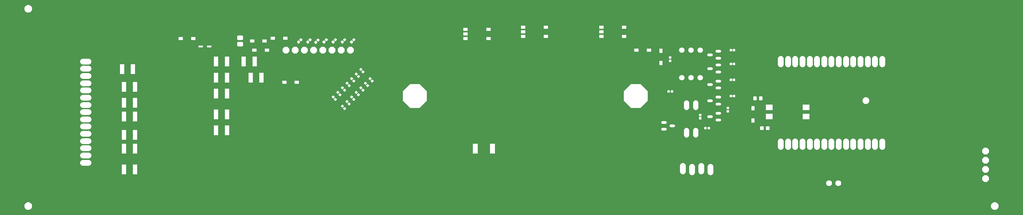
<source format=gbr>
G04 EAGLE Gerber RS-274X export*
G75*
%MOMM*%
%FSLAX34Y34*%
%LPD*%
%INSoldermask Bottom*%
%IPNEG*%
%AMOC8*
5,1,8,0,0,1.08239X$1,22.5*%
G01*
%ADD10R,1.251600X2.801600*%
%ADD11C,0.343781*%
%ADD12C,0.360766*%
%ADD13R,1.151600X0.601600*%
%ADD14R,1.251600X0.901600*%
%ADD15C,0.563219*%
%ADD16R,0.901600X1.251600*%
%ADD17R,1.351600X2.801600*%
%ADD18C,1.501600*%
%ADD19C,1.422400*%
%ADD20C,1.625600*%
%ADD21C,1.879600*%
%ADD22P,2.034460X8X22.500000*%
%ADD23P,7.093118X8X22.500000*%
%ADD24R,1.901600X1.501600*%
%ADD25C,0.460734*%
%ADD26C,1.625600*%
%ADD27C,0.751600*%
%ADD28R,1.301600X0.901600*%

G36*
X27192Y561020D02*
X27192Y561020D01*
X27235Y561032D01*
X27301Y561039D01*
X28984Y561490D01*
X29025Y561509D01*
X29088Y561528D01*
X30668Y562265D01*
X30705Y562291D01*
X30764Y562320D01*
X32192Y563320D01*
X32223Y563352D01*
X32276Y563391D01*
X33509Y564624D01*
X33534Y564660D01*
X33580Y564708D01*
X34580Y566136D01*
X34598Y566177D01*
X34635Y566232D01*
X35372Y567812D01*
X35383Y567855D01*
X35410Y567916D01*
X35861Y569599D01*
X35863Y569630D01*
X35870Y569652D01*
X35870Y569667D01*
X35880Y569708D01*
X36032Y571445D01*
X36028Y571489D01*
X36032Y571555D01*
X35880Y573292D01*
X35868Y573335D01*
X35861Y573401D01*
X35410Y575084D01*
X35391Y575125D01*
X35372Y575188D01*
X34635Y576768D01*
X34609Y576805D01*
X34580Y576864D01*
X33580Y578292D01*
X33548Y578323D01*
X33509Y578376D01*
X32276Y579609D01*
X32240Y579634D01*
X32192Y579680D01*
X30764Y580680D01*
X30723Y580698D01*
X30668Y580735D01*
X29088Y581472D01*
X29045Y581483D01*
X28984Y581510D01*
X27301Y581961D01*
X27256Y581964D01*
X27192Y581980D01*
X25455Y582132D01*
X25411Y582128D01*
X25345Y582132D01*
X23608Y581980D01*
X23565Y581968D01*
X23499Y581961D01*
X21816Y581510D01*
X21775Y581491D01*
X21712Y581472D01*
X20132Y580735D01*
X20095Y580709D01*
X20036Y580680D01*
X18608Y579680D01*
X18577Y579648D01*
X18524Y579609D01*
X17291Y578376D01*
X17266Y578340D01*
X17220Y578292D01*
X16220Y576864D01*
X16202Y576823D01*
X16165Y576768D01*
X15428Y575188D01*
X15417Y575145D01*
X15390Y575084D01*
X14939Y573401D01*
X14936Y573356D01*
X14920Y573292D01*
X14768Y571555D01*
X14772Y571511D01*
X14768Y571445D01*
X14920Y569708D01*
X14932Y569665D01*
X14936Y569631D01*
X14936Y569615D01*
X14938Y569610D01*
X14939Y569599D01*
X15390Y567916D01*
X15409Y567875D01*
X15428Y567812D01*
X16165Y566232D01*
X16191Y566195D01*
X16220Y566136D01*
X17220Y564708D01*
X17252Y564677D01*
X17291Y564624D01*
X18524Y563391D01*
X18560Y563366D01*
X18608Y563320D01*
X20036Y562320D01*
X20077Y562302D01*
X20132Y562265D01*
X21712Y561528D01*
X21755Y561517D01*
X21816Y561490D01*
X23499Y561039D01*
X23544Y561036D01*
X23608Y561020D01*
X25345Y560868D01*
X25389Y560872D01*
X25455Y560868D01*
X27192Y561020D01*
G37*
G36*
X27192Y14920D02*
X27192Y14920D01*
X27235Y14932D01*
X27301Y14939D01*
X28984Y15390D01*
X29025Y15409D01*
X29088Y15428D01*
X30668Y16165D01*
X30705Y16191D01*
X30764Y16220D01*
X32192Y17220D01*
X32223Y17252D01*
X32276Y17291D01*
X33509Y18524D01*
X33534Y18560D01*
X33580Y18608D01*
X34580Y20036D01*
X34598Y20077D01*
X34635Y20132D01*
X35372Y21712D01*
X35383Y21755D01*
X35410Y21816D01*
X35861Y23499D01*
X35863Y23530D01*
X35870Y23552D01*
X35870Y23567D01*
X35880Y23608D01*
X36032Y25345D01*
X36028Y25389D01*
X36032Y25455D01*
X35880Y27192D01*
X35868Y27235D01*
X35861Y27301D01*
X35410Y28984D01*
X35391Y29025D01*
X35372Y29088D01*
X34635Y30668D01*
X34609Y30705D01*
X34580Y30764D01*
X33580Y32192D01*
X33548Y32223D01*
X33509Y32276D01*
X32276Y33509D01*
X32240Y33534D01*
X32192Y33580D01*
X30764Y34580D01*
X30723Y34598D01*
X30668Y34635D01*
X29088Y35372D01*
X29045Y35383D01*
X28984Y35410D01*
X27301Y35861D01*
X27256Y35864D01*
X27192Y35880D01*
X25455Y36032D01*
X25411Y36028D01*
X25345Y36032D01*
X23608Y35880D01*
X23565Y35868D01*
X23499Y35861D01*
X21816Y35410D01*
X21775Y35391D01*
X21712Y35372D01*
X20132Y34635D01*
X20095Y34609D01*
X20036Y34580D01*
X18608Y33580D01*
X18577Y33548D01*
X18524Y33509D01*
X17291Y32276D01*
X17266Y32240D01*
X17220Y32192D01*
X16220Y30764D01*
X16202Y30723D01*
X16165Y30668D01*
X15428Y29088D01*
X15417Y29045D01*
X15390Y28984D01*
X14939Y27301D01*
X14936Y27256D01*
X14920Y27192D01*
X14768Y25455D01*
X14772Y25411D01*
X14768Y25345D01*
X14920Y23608D01*
X14932Y23565D01*
X14936Y23531D01*
X14936Y23515D01*
X14938Y23510D01*
X14939Y23499D01*
X15390Y21816D01*
X15409Y21775D01*
X15428Y21712D01*
X16165Y20132D01*
X16191Y20095D01*
X16220Y20036D01*
X17220Y18608D01*
X17252Y18577D01*
X17291Y18524D01*
X18524Y17291D01*
X18560Y17266D01*
X18608Y17220D01*
X20036Y16220D01*
X20077Y16202D01*
X20132Y16165D01*
X21712Y15428D01*
X21755Y15417D01*
X21816Y15390D01*
X23499Y14939D01*
X23544Y14936D01*
X23608Y14920D01*
X25345Y14768D01*
X25389Y14772D01*
X25455Y14768D01*
X27192Y14920D01*
G37*
G36*
X2694192Y14920D02*
X2694192Y14920D01*
X2694235Y14932D01*
X2694301Y14939D01*
X2695984Y15390D01*
X2696025Y15409D01*
X2696088Y15428D01*
X2697668Y16165D01*
X2697705Y16191D01*
X2697764Y16220D01*
X2699192Y17220D01*
X2699223Y17252D01*
X2699276Y17291D01*
X2700509Y18524D01*
X2700534Y18560D01*
X2700580Y18608D01*
X2701580Y20036D01*
X2701598Y20077D01*
X2701635Y20132D01*
X2702372Y21712D01*
X2702383Y21755D01*
X2702410Y21816D01*
X2702861Y23499D01*
X2702863Y23530D01*
X2702870Y23552D01*
X2702870Y23567D01*
X2702880Y23608D01*
X2703032Y25345D01*
X2703028Y25389D01*
X2703032Y25455D01*
X2702880Y27192D01*
X2702868Y27235D01*
X2702861Y27301D01*
X2702410Y28984D01*
X2702391Y29025D01*
X2702372Y29088D01*
X2701635Y30668D01*
X2701609Y30705D01*
X2701580Y30764D01*
X2700580Y32192D01*
X2700548Y32223D01*
X2700509Y32276D01*
X2699276Y33509D01*
X2699240Y33534D01*
X2699192Y33580D01*
X2697764Y34580D01*
X2697723Y34598D01*
X2697668Y34635D01*
X2696088Y35372D01*
X2696045Y35383D01*
X2695984Y35410D01*
X2694301Y35861D01*
X2694256Y35864D01*
X2694192Y35880D01*
X2692455Y36032D01*
X2692411Y36028D01*
X2692345Y36032D01*
X2690608Y35880D01*
X2690565Y35868D01*
X2690499Y35861D01*
X2688816Y35410D01*
X2688775Y35391D01*
X2688712Y35372D01*
X2687132Y34635D01*
X2687095Y34609D01*
X2687036Y34580D01*
X2685608Y33580D01*
X2685577Y33548D01*
X2685524Y33509D01*
X2684291Y32276D01*
X2684266Y32240D01*
X2684220Y32192D01*
X2683220Y30764D01*
X2683202Y30723D01*
X2683165Y30668D01*
X2682428Y29088D01*
X2682417Y29045D01*
X2682390Y28984D01*
X2681939Y27301D01*
X2681936Y27256D01*
X2681920Y27192D01*
X2681768Y25455D01*
X2681772Y25411D01*
X2681768Y25345D01*
X2681920Y23608D01*
X2681932Y23565D01*
X2681936Y23531D01*
X2681936Y23515D01*
X2681938Y23510D01*
X2681939Y23499D01*
X2682390Y21816D01*
X2682409Y21775D01*
X2682428Y21712D01*
X2683165Y20132D01*
X2683191Y20095D01*
X2683220Y20036D01*
X2684220Y18608D01*
X2684252Y18577D01*
X2684291Y18524D01*
X2685524Y17291D01*
X2685560Y17266D01*
X2685608Y17220D01*
X2687036Y16220D01*
X2687077Y16202D01*
X2687132Y16165D01*
X2688712Y15428D01*
X2688755Y15417D01*
X2688816Y15390D01*
X2690499Y14939D01*
X2690544Y14936D01*
X2690608Y14920D01*
X2692345Y14768D01*
X2692389Y14772D01*
X2692455Y14768D01*
X2694192Y14920D01*
G37*
D10*
X543800Y234950D03*
X573800Y234950D03*
X650000Y425450D03*
X620000Y425450D03*
X543800Y336550D03*
X573800Y336550D03*
X543800Y279400D03*
X573800Y279400D03*
X543800Y381000D03*
X573800Y381000D03*
X639050Y381000D03*
X669050Y381000D03*
X543800Y425450D03*
X573800Y425450D03*
X284173Y404585D03*
X314173Y404585D03*
X289800Y355600D03*
X319800Y355600D03*
X289800Y311150D03*
X319800Y311150D03*
X289800Y273050D03*
X319800Y273050D03*
X289800Y222250D03*
X319800Y222250D03*
X289800Y184150D03*
X319800Y184150D03*
X289800Y127000D03*
X319800Y127000D03*
D11*
X889638Y301632D02*
X892168Y304162D01*
X894698Y301632D01*
X892168Y299102D01*
X889638Y301632D01*
X890374Y302368D02*
X893962Y302368D01*
X898532Y297798D02*
X896002Y295268D01*
X898532Y297798D02*
X901062Y295268D01*
X898532Y292738D01*
X896002Y295268D01*
X896738Y296004D02*
X900326Y296004D01*
X902338Y314332D02*
X904868Y316862D01*
X907398Y314332D01*
X904868Y311802D01*
X902338Y314332D01*
X903074Y315068D02*
X906662Y315068D01*
X911232Y310498D02*
X908702Y307968D01*
X911232Y310498D02*
X913762Y307968D01*
X911232Y305438D01*
X908702Y307968D01*
X909438Y308704D02*
X913026Y308704D01*
X915038Y327032D02*
X917568Y329562D01*
X920098Y327032D01*
X917568Y324502D01*
X915038Y327032D01*
X915774Y327768D02*
X919362Y327768D01*
X923932Y323198D02*
X921402Y320668D01*
X923932Y323198D02*
X926462Y320668D01*
X923932Y318138D01*
X921402Y320668D01*
X922138Y321404D02*
X925726Y321404D01*
X927738Y339732D02*
X930268Y342262D01*
X932798Y339732D01*
X930268Y337202D01*
X927738Y339732D01*
X928474Y340468D02*
X932062Y340468D01*
X936632Y335898D02*
X934102Y333368D01*
X936632Y335898D02*
X939162Y333368D01*
X936632Y330838D01*
X934102Y333368D01*
X934838Y334104D02*
X938426Y334104D01*
X940438Y352432D02*
X942968Y354962D01*
X945498Y352432D01*
X942968Y349902D01*
X940438Y352432D01*
X941174Y353168D02*
X944762Y353168D01*
X949332Y348598D02*
X946802Y346068D01*
X949332Y348598D02*
X951862Y346068D01*
X949332Y343538D01*
X946802Y346068D01*
X947538Y346804D02*
X951126Y346804D01*
X953138Y365132D02*
X955668Y367662D01*
X958198Y365132D01*
X955668Y362602D01*
X953138Y365132D01*
X953874Y365868D02*
X957462Y365868D01*
X962032Y361298D02*
X959502Y358768D01*
X962032Y361298D02*
X964562Y358768D01*
X962032Y356238D01*
X959502Y358768D01*
X960238Y359504D02*
X963826Y359504D01*
X965838Y377832D02*
X968368Y380362D01*
X970898Y377832D01*
X968368Y375302D01*
X965838Y377832D01*
X966574Y378568D02*
X970162Y378568D01*
X974732Y373998D02*
X972202Y371468D01*
X974732Y373998D02*
X977262Y371468D01*
X974732Y368938D01*
X972202Y371468D01*
X972938Y372204D02*
X976526Y372204D01*
X875662Y320668D02*
X873132Y318138D01*
X870602Y320668D01*
X873132Y323198D01*
X875662Y320668D01*
X874926Y321404D02*
X871338Y321404D01*
X866768Y324502D02*
X869298Y327032D01*
X866768Y324502D02*
X864238Y327032D01*
X866768Y329562D01*
X869298Y327032D01*
X868562Y327768D02*
X864974Y327768D01*
X885832Y330838D02*
X888362Y333368D01*
X885832Y330838D02*
X883302Y333368D01*
X885832Y335898D01*
X888362Y333368D01*
X887626Y334104D02*
X884038Y334104D01*
X879468Y337202D02*
X881998Y339732D01*
X879468Y337202D02*
X876938Y339732D01*
X879468Y342262D01*
X881998Y339732D01*
X881262Y340468D02*
X877674Y340468D01*
X898532Y343538D02*
X901062Y346068D01*
X898532Y343538D02*
X896002Y346068D01*
X898532Y348598D01*
X901062Y346068D01*
X900326Y346804D02*
X896738Y346804D01*
X892168Y349902D02*
X894698Y352432D01*
X892168Y349902D02*
X889638Y352432D01*
X892168Y354962D01*
X894698Y352432D01*
X893962Y353168D02*
X890374Y353168D01*
X911232Y356238D02*
X913762Y358768D01*
X911232Y356238D02*
X908702Y358768D01*
X911232Y361298D01*
X913762Y358768D01*
X913026Y359504D02*
X909438Y359504D01*
X904868Y362602D02*
X907398Y365132D01*
X904868Y362602D02*
X902338Y365132D01*
X904868Y367662D01*
X907398Y365132D01*
X906662Y365868D02*
X903074Y365868D01*
X923932Y368938D02*
X926462Y371468D01*
X923932Y368938D02*
X921402Y371468D01*
X923932Y373998D01*
X926462Y371468D01*
X925726Y372204D02*
X922138Y372204D01*
X917568Y375302D02*
X920098Y377832D01*
X917568Y375302D02*
X915038Y377832D01*
X917568Y380362D01*
X920098Y377832D01*
X919362Y378568D02*
X915774Y378568D01*
X936632Y381638D02*
X939162Y384168D01*
X936632Y381638D02*
X934102Y384168D01*
X936632Y386698D01*
X939162Y384168D01*
X938426Y384904D02*
X934838Y384904D01*
X930268Y388002D02*
X932798Y390532D01*
X930268Y388002D02*
X927738Y390532D01*
X930268Y393062D01*
X932798Y390532D01*
X932062Y391268D02*
X928474Y391268D01*
X949332Y394338D02*
X951862Y396868D01*
X949332Y394338D02*
X946802Y396868D01*
X949332Y399398D01*
X951862Y396868D01*
X951126Y397604D02*
X947538Y397604D01*
X942968Y400702D02*
X945498Y403232D01*
X942968Y400702D02*
X940438Y403232D01*
X942968Y405762D01*
X945498Y403232D01*
X944762Y403968D02*
X941174Y403968D01*
D12*
X771518Y476655D02*
X768755Y479418D01*
X771518Y482181D01*
X774281Y479418D01*
X771518Y476655D01*
X773616Y480083D02*
X769420Y480083D01*
X775119Y485782D02*
X777882Y483019D01*
X775119Y485782D02*
X777882Y488545D01*
X780645Y485782D01*
X777882Y483019D01*
X779980Y486447D02*
X775784Y486447D01*
X794120Y479383D02*
X796883Y476620D01*
X794120Y479383D02*
X796883Y482146D01*
X799646Y479383D01*
X796883Y476620D01*
X798981Y480048D02*
X794785Y480048D01*
X800484Y485747D02*
X803247Y482984D01*
X800484Y485747D02*
X803247Y488510D01*
X806010Y485747D01*
X803247Y482984D01*
X805345Y486412D02*
X801149Y486412D01*
X816017Y478310D02*
X818780Y475547D01*
X816017Y478310D02*
X818780Y481073D01*
X821543Y478310D01*
X818780Y475547D01*
X820878Y478975D02*
X816682Y478975D01*
X822380Y484674D02*
X825143Y481911D01*
X822380Y484674D02*
X825143Y487437D01*
X827906Y484674D01*
X825143Y481911D01*
X827241Y485339D02*
X823045Y485339D01*
X838647Y479446D02*
X841410Y476683D01*
X838647Y479446D02*
X841410Y482209D01*
X844173Y479446D01*
X841410Y476683D01*
X843508Y480111D02*
X839312Y480111D01*
X845011Y485810D02*
X847774Y483047D01*
X845011Y485810D02*
X847774Y488573D01*
X850537Y485810D01*
X847774Y483047D01*
X849872Y486475D02*
X845676Y486475D01*
X864005Y479418D02*
X866768Y476655D01*
X864005Y479418D02*
X866768Y482181D01*
X869531Y479418D01*
X866768Y476655D01*
X868866Y480083D02*
X864670Y480083D01*
X870369Y485782D02*
X873132Y483019D01*
X870369Y485782D02*
X873132Y488545D01*
X875895Y485782D01*
X873132Y483019D01*
X875230Y486447D02*
X871034Y486447D01*
X889405Y479418D02*
X892168Y476655D01*
X889405Y479418D02*
X892168Y482181D01*
X894931Y479418D01*
X892168Y476655D01*
X894266Y480083D02*
X890070Y480083D01*
X895769Y485782D02*
X898532Y483019D01*
X895769Y485782D02*
X898532Y488545D01*
X901295Y485782D01*
X898532Y483019D01*
X900630Y486447D02*
X896434Y486447D01*
X914805Y479418D02*
X917568Y476655D01*
X914805Y479418D02*
X917568Y482181D01*
X920331Y479418D01*
X917568Y476655D01*
X919666Y480083D02*
X915470Y480083D01*
X921169Y485782D02*
X923932Y483019D01*
X921169Y485782D02*
X923932Y488545D01*
X926695Y485782D01*
X923932Y483019D01*
X926030Y486447D02*
X921834Y486447D01*
D13*
X525080Y467360D03*
X501080Y467360D03*
D14*
X480550Y488950D03*
X446550Y488950D03*
X683750Y457200D03*
X649750Y457200D03*
X766300Y368300D03*
X732300Y368300D03*
X700550Y490220D03*
X734550Y490220D03*
D15*
X614542Y495042D02*
X604658Y495042D01*
X614542Y495042D02*
X614542Y488158D01*
X604658Y488158D01*
X604658Y495042D01*
X604658Y493508D02*
X614542Y493508D01*
X614542Y477042D02*
X604658Y477042D01*
X614542Y477042D02*
X614542Y470158D01*
X604658Y470158D01*
X604658Y477042D01*
X604658Y475508D02*
X614542Y475508D01*
D11*
X1795161Y438109D02*
X1798739Y438109D01*
X1798739Y434531D01*
X1795161Y434531D01*
X1795161Y438109D01*
X1795161Y437797D02*
X1798739Y437797D01*
X1798739Y429109D02*
X1795161Y429109D01*
X1798739Y429109D02*
X1798739Y425531D01*
X1795161Y425531D01*
X1795161Y429109D01*
X1795161Y428797D02*
X1798739Y428797D01*
D14*
X1703850Y457200D03*
X1737850Y457200D03*
D16*
X1771650Y421150D03*
X1771650Y455150D03*
D17*
X1259200Y184150D03*
X1306200Y184150D03*
D18*
X1828800Y457200D03*
X1854200Y457200D03*
X1879600Y457200D03*
D19*
X1866900Y235204D02*
X1866900Y221996D01*
X1841500Y221996D02*
X1841500Y235204D01*
X1866900Y298196D02*
X1866900Y311404D01*
X1841500Y311404D02*
X1841500Y298196D01*
D11*
X1877811Y279339D02*
X1881389Y279339D01*
X1881389Y275761D01*
X1877811Y275761D01*
X1877811Y279339D01*
X1877811Y279027D02*
X1881389Y279027D01*
X1881389Y270339D02*
X1877811Y270339D01*
X1881389Y270339D02*
X1881389Y266761D01*
X1877811Y266761D01*
X1877811Y270339D01*
X1877811Y270027D02*
X1881389Y270027D01*
X1892361Y243089D02*
X1892361Y239511D01*
X1892361Y243089D02*
X1895939Y243089D01*
X1895939Y239511D01*
X1892361Y239511D01*
X1892361Y242777D02*
X1895939Y242777D01*
X1901361Y243089D02*
X1901361Y239511D01*
X1901361Y243089D02*
X1904939Y243089D01*
X1904939Y239511D01*
X1901361Y239511D01*
X1901361Y242777D02*
X1904939Y242777D01*
D20*
X1831413Y136892D02*
X1831413Y121652D01*
X1856813Y119112D02*
X1856813Y134352D01*
X1882213Y136892D02*
X1882213Y121652D01*
X1907613Y119112D02*
X1907613Y134352D01*
D21*
X2336800Y317500D03*
D14*
X677400Y482600D03*
X643400Y482600D03*
D20*
X191770Y145750D02*
X176530Y145750D01*
X176530Y165750D02*
X191770Y165750D01*
X191770Y185750D02*
X176530Y185750D01*
X176530Y205750D02*
X191770Y205750D01*
X191770Y225750D02*
X176530Y225750D01*
X176530Y245750D02*
X191770Y245750D01*
X191770Y265750D02*
X176530Y265750D01*
X176530Y285750D02*
X191770Y285750D01*
X191770Y305750D02*
X176530Y305750D01*
X176530Y325750D02*
X191770Y325750D01*
X191770Y345750D02*
X176530Y345750D01*
X176530Y365750D02*
X191770Y365750D01*
X191770Y385750D02*
X176530Y385750D01*
X176530Y405750D02*
X191770Y405750D01*
X191770Y425750D02*
X176530Y425750D01*
D22*
X762000Y457200D03*
X787400Y457200D03*
X812800Y457200D03*
X838200Y457200D03*
X863600Y457200D03*
X889000Y457200D03*
X736600Y457200D03*
X914400Y457200D03*
D23*
X1092200Y330200D03*
D24*
X2070100Y273050D03*
X2070100Y298450D03*
X2171700Y298450D03*
X2171700Y273050D03*
D25*
X2046730Y244831D02*
X2046730Y238421D01*
X2046730Y244831D02*
X2052140Y244831D01*
X2052140Y238421D01*
X2046730Y238421D01*
X2046730Y242798D02*
X2052140Y242798D01*
X2062730Y244831D02*
X2062730Y238421D01*
X2062730Y244831D02*
X2068140Y244831D01*
X2068140Y238421D01*
X2062730Y238421D01*
X2062730Y242798D02*
X2068140Y242798D01*
D16*
X2025650Y262400D03*
X2025650Y296400D03*
D23*
X1701800Y330200D03*
D20*
X2101550Y417830D02*
X2101550Y433070D01*
X2121550Y433070D02*
X2121550Y417830D01*
X2141550Y417830D02*
X2141550Y433070D01*
X2161550Y433070D02*
X2161550Y417830D01*
X2181550Y417830D02*
X2181550Y433070D01*
X2201550Y433070D02*
X2201550Y417830D01*
X2221550Y417830D02*
X2221550Y433070D01*
X2241550Y433070D02*
X2241550Y417830D01*
X2261550Y417830D02*
X2261550Y433070D01*
X2281550Y433070D02*
X2281550Y417830D01*
X2301550Y417830D02*
X2301550Y433070D01*
X2321550Y433070D02*
X2321550Y417830D01*
X2341550Y417830D02*
X2341550Y433070D01*
X2361550Y433070D02*
X2361550Y417830D01*
X2381550Y417830D02*
X2381550Y433070D01*
X2101550Y204470D02*
X2101550Y189230D01*
X2121550Y189230D02*
X2121550Y204470D01*
X2141550Y204470D02*
X2141550Y189230D01*
X2161550Y189230D02*
X2161550Y204470D01*
X2181550Y204470D02*
X2181550Y189230D01*
X2201550Y189230D02*
X2201550Y204470D01*
X2221550Y204470D02*
X2221550Y189230D01*
X2241550Y189230D02*
X2241550Y204470D01*
X2261550Y204470D02*
X2261550Y189230D01*
X2281550Y189230D02*
X2281550Y204470D01*
X2301550Y204470D02*
X2301550Y189230D01*
X2321550Y189230D02*
X2321550Y204470D01*
X2341550Y204470D02*
X2341550Y189230D01*
X2361550Y189230D02*
X2361550Y204470D01*
X2381550Y204470D02*
X2381550Y189230D01*
D18*
X1828800Y381000D03*
X1854200Y381000D03*
X1879600Y381000D03*
D26*
X2235200Y88900D03*
X2260600Y88900D03*
D27*
X1932950Y454000D02*
X1925450Y454000D01*
X1925450Y435000D02*
X1932950Y435000D01*
X1909950Y444500D02*
X1902450Y444500D01*
X1925450Y415900D02*
X1932950Y415900D01*
X1932950Y396900D02*
X1925450Y396900D01*
X1909950Y406400D02*
X1902450Y406400D01*
X1925450Y327000D02*
X1932950Y327000D01*
X1932950Y308000D02*
X1925450Y308000D01*
X1909950Y317500D02*
X1902450Y317500D01*
X1925450Y371450D02*
X1932950Y371450D01*
X1932950Y352450D02*
X1925450Y352450D01*
X1909950Y361950D02*
X1902450Y361950D01*
X1925450Y282550D02*
X1932950Y282550D01*
X1932950Y263550D02*
X1925450Y263550D01*
X1909950Y273050D02*
X1902450Y273050D01*
X1782950Y238150D02*
X1775450Y238150D01*
X1775450Y257150D02*
X1782950Y257150D01*
X1798450Y247650D02*
X1805950Y247650D01*
D11*
X1962211Y455411D02*
X1962211Y458989D01*
X1965789Y458989D01*
X1965789Y455411D01*
X1962211Y455411D01*
X1962211Y458677D02*
X1965789Y458677D01*
X1971211Y458989D02*
X1971211Y455411D01*
X1971211Y458989D02*
X1974789Y458989D01*
X1974789Y455411D01*
X1971211Y455411D01*
X1971211Y458677D02*
X1974789Y458677D01*
X1962211Y420889D02*
X1962211Y417311D01*
X1962211Y420889D02*
X1965789Y420889D01*
X1965789Y417311D01*
X1962211Y417311D01*
X1962211Y420577D02*
X1965789Y420577D01*
X1971211Y420889D02*
X1971211Y417311D01*
X1971211Y420889D02*
X1974789Y420889D01*
X1974789Y417311D01*
X1971211Y417311D01*
X1971211Y420577D02*
X1974789Y420577D01*
X1962211Y376439D02*
X1962211Y372861D01*
X1962211Y376439D02*
X1965789Y376439D01*
X1965789Y372861D01*
X1962211Y372861D01*
X1962211Y376127D02*
X1965789Y376127D01*
X1971211Y376439D02*
X1971211Y372861D01*
X1971211Y376439D02*
X1974789Y376439D01*
X1974789Y372861D01*
X1971211Y372861D01*
X1971211Y376127D02*
X1974789Y376127D01*
X1962211Y331989D02*
X1962211Y328411D01*
X1962211Y331989D02*
X1965789Y331989D01*
X1965789Y328411D01*
X1962211Y328411D01*
X1962211Y331677D02*
X1965789Y331677D01*
X1971211Y331989D02*
X1971211Y328411D01*
X1971211Y331989D02*
X1974789Y331989D01*
X1974789Y328411D01*
X1971211Y328411D01*
X1971211Y331677D02*
X1974789Y331677D01*
X1957589Y285811D02*
X1954011Y285811D01*
X1954011Y289389D01*
X1957589Y289389D01*
X1957589Y285811D01*
X1957589Y289077D02*
X1954011Y289077D01*
X1954011Y294811D02*
X1957589Y294811D01*
X1954011Y294811D02*
X1954011Y298389D01*
X1957589Y298389D01*
X1957589Y294811D01*
X1957589Y298077D02*
X1954011Y298077D01*
X1790761Y341111D02*
X1790761Y344689D01*
X1794339Y344689D01*
X1794339Y341111D01*
X1790761Y341111D01*
X1790761Y344377D02*
X1794339Y344377D01*
X1799761Y344689D02*
X1799761Y341111D01*
X1799761Y344689D02*
X1803339Y344689D01*
X1803339Y341111D01*
X1799761Y341111D01*
X1799761Y344377D02*
X1803339Y344377D01*
D28*
X1232150Y501650D03*
X1232150Y514350D03*
X1232150Y488950D03*
X1295150Y514350D03*
X1295150Y488950D03*
X1606800Y508000D03*
X1606800Y520700D03*
X1606800Y495300D03*
X1669800Y520700D03*
X1669800Y495300D03*
X1390900Y508000D03*
X1390900Y520700D03*
X1390900Y495300D03*
X1453900Y520700D03*
X1453900Y495300D03*
D25*
X2049055Y327055D02*
X2049055Y320645D01*
X2043645Y320645D01*
X2043645Y327055D01*
X2049055Y327055D01*
X2049055Y325022D02*
X2043645Y325022D01*
X2033055Y327055D02*
X2033055Y320645D01*
X2027645Y320645D01*
X2027645Y327055D01*
X2033055Y327055D01*
X2033055Y325022D02*
X2027645Y325022D01*
D22*
X2667000Y101600D03*
X2667000Y127000D03*
X2667000Y152400D03*
X2667000Y177800D03*
M02*

</source>
